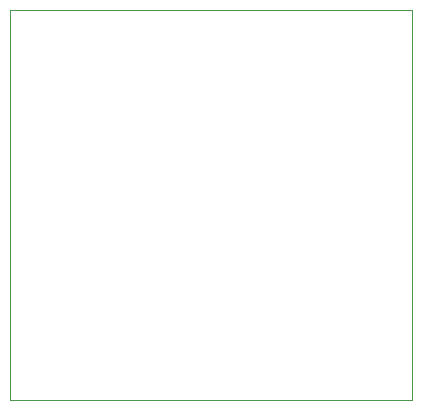
<source format=gbr>
G04 #@! TF.GenerationSoftware,KiCad,Pcbnew,(5.1.6)-1*
G04 #@! TF.CreationDate,2021-04-29T20:16:03-05:00*
G04 #@! TF.ProjectId,BEncoderBoard3(3),42456e63-6f64-4657-9242-6f6172643328,rev?*
G04 #@! TF.SameCoordinates,Original*
G04 #@! TF.FileFunction,Profile,NP*
%FSLAX46Y46*%
G04 Gerber Fmt 4.6, Leading zero omitted, Abs format (unit mm)*
G04 Created by KiCad (PCBNEW (5.1.6)-1) date 2021-04-29 20:16:03*
%MOMM*%
%LPD*%
G01*
G04 APERTURE LIST*
G04 #@! TA.AperFunction,Profile*
%ADD10C,0.050000*%
G04 #@! TD*
G04 APERTURE END LIST*
D10*
X116500000Y-109982000D02*
X116500000Y-76962000D01*
X150500000Y-109982000D02*
X116500000Y-109982000D01*
X150500000Y-76962000D02*
X150500000Y-109982000D01*
X116500000Y-76962000D02*
X150500000Y-76962000D01*
M02*

</source>
